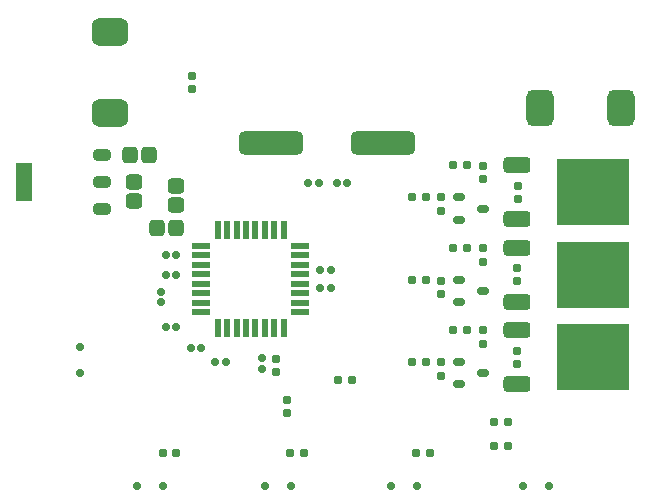
<source format=gbr>
%TF.GenerationSoftware,Altium Limited,Altium Designer,24.6.1 (21)*%
G04 Layer_Color=8421504*
%FSLAX45Y45*%
%MOMM*%
%TF.SameCoordinates,C5CCA8AA-8E71-476F-B662-92032E94D40D*%
%TF.FilePolarity,Positive*%
%TF.FileFunction,Paste,Top*%
%TF.Part,Single*%
G01*
G75*
%TA.AperFunction,SMDPad,CuDef*%
G04:AMPARAMS|DCode=10|XSize=0.6mm|YSize=0.6mm|CornerRadius=0.15mm|HoleSize=0mm|Usage=FLASHONLY|Rotation=180.000|XOffset=0mm|YOffset=0mm|HoleType=Round|Shape=RoundedRectangle|*
%AMROUNDEDRECTD10*
21,1,0.60000,0.30000,0,0,180.0*
21,1,0.30000,0.60000,0,0,180.0*
1,1,0.30000,-0.15000,0.15000*
1,1,0.30000,0.15000,0.15000*
1,1,0.30000,0.15000,-0.15000*
1,1,0.30000,-0.15000,-0.15000*
%
%ADD10ROUNDEDRECTD10*%
G04:AMPARAMS|DCode=11|XSize=2.29mm|YSize=3.12mm|CornerRadius=0.5725mm|HoleSize=0mm|Usage=FLASHONLY|Rotation=180.000|XOffset=0mm|YOffset=0mm|HoleType=Round|Shape=RoundedRectangle|*
%AMROUNDEDRECTD11*
21,1,2.29000,1.97500,0,0,180.0*
21,1,1.14500,3.12000,0,0,180.0*
1,1,1.14500,-0.57250,0.98750*
1,1,1.14500,0.57250,0.98750*
1,1,1.14500,0.57250,-0.98750*
1,1,1.14500,-0.57250,-0.98750*
%
%ADD11ROUNDEDRECTD11*%
G04:AMPARAMS|DCode=12|XSize=2.29mm|YSize=3.12mm|CornerRadius=0.5725mm|HoleSize=0mm|Usage=FLASHONLY|Rotation=90.000|XOffset=0mm|YOffset=0mm|HoleType=Round|Shape=RoundedRectangle|*
%AMROUNDEDRECTD12*
21,1,2.29000,1.97500,0,0,90.0*
21,1,1.14500,3.12000,0,0,90.0*
1,1,1.14500,0.98750,0.57250*
1,1,1.14500,0.98750,-0.57250*
1,1,1.14500,-0.98750,-0.57250*
1,1,1.14500,-0.98750,0.57250*
%
%ADD12ROUNDEDRECTD12*%
G04:AMPARAMS|DCode=13|XSize=0.6mm|YSize=0.75mm|CornerRadius=0.15mm|HoleSize=0mm|Usage=FLASHONLY|Rotation=0.000|XOffset=0mm|YOffset=0mm|HoleType=Round|Shape=RoundedRectangle|*
%AMROUNDEDRECTD13*
21,1,0.60000,0.45000,0,0,0.0*
21,1,0.30000,0.75000,0,0,0.0*
1,1,0.30000,0.15000,-0.22500*
1,1,0.30000,-0.15000,-0.22500*
1,1,0.30000,-0.15000,0.22500*
1,1,0.30000,0.15000,0.22500*
%
%ADD13ROUNDEDRECTD13*%
G04:AMPARAMS|DCode=14|XSize=0.6mm|YSize=0.6mm|CornerRadius=0.15mm|HoleSize=0mm|Usage=FLASHONLY|Rotation=270.000|XOffset=0mm|YOffset=0mm|HoleType=Round|Shape=RoundedRectangle|*
%AMROUNDEDRECTD14*
21,1,0.60000,0.30000,0,0,270.0*
21,1,0.30000,0.60000,0,0,270.0*
1,1,0.30000,-0.15000,-0.15000*
1,1,0.30000,-0.15000,0.15000*
1,1,0.30000,0.15000,0.15000*
1,1,0.30000,0.15000,-0.15000*
%
%ADD14ROUNDEDRECTD14*%
G04:AMPARAMS|DCode=15|XSize=0.6mm|YSize=0.75mm|CornerRadius=0.15mm|HoleSize=0mm|Usage=FLASHONLY|Rotation=270.000|XOffset=0mm|YOffset=0mm|HoleType=Round|Shape=RoundedRectangle|*
%AMROUNDEDRECTD15*
21,1,0.60000,0.45000,0,0,270.0*
21,1,0.30000,0.75000,0,0,270.0*
1,1,0.30000,-0.22500,-0.15000*
1,1,0.30000,-0.22500,0.15000*
1,1,0.30000,0.22500,0.15000*
1,1,0.30000,0.22500,-0.15000*
%
%ADD15ROUNDEDRECTD15*%
G04:AMPARAMS|DCode=16|XSize=0.64mm|YSize=0.6mm|CornerRadius=0.15mm|HoleSize=0mm|Usage=FLASHONLY|Rotation=270.000|XOffset=0mm|YOffset=0mm|HoleType=Round|Shape=RoundedRectangle|*
%AMROUNDEDRECTD16*
21,1,0.64000,0.30000,0,0,270.0*
21,1,0.34000,0.60000,0,0,270.0*
1,1,0.30000,-0.15000,-0.17000*
1,1,0.30000,-0.15000,0.17000*
1,1,0.30000,0.15000,0.17000*
1,1,0.30000,0.15000,-0.17000*
%
%ADD16ROUNDEDRECTD16*%
G04:AMPARAMS|DCode=17|XSize=0.64mm|YSize=0.6mm|CornerRadius=0.15mm|HoleSize=0mm|Usage=FLASHONLY|Rotation=180.000|XOffset=0mm|YOffset=0mm|HoleType=Round|Shape=RoundedRectangle|*
%AMROUNDEDRECTD17*
21,1,0.64000,0.30000,0,0,180.0*
21,1,0.34000,0.60000,0,0,180.0*
1,1,0.30000,-0.17000,0.15000*
1,1,0.30000,0.17000,0.15000*
1,1,0.30000,0.17000,-0.15000*
1,1,0.30000,-0.17000,-0.15000*
%
%ADD17ROUNDEDRECTD17*%
G04:AMPARAMS|DCode=18|XSize=1.4mm|YSize=1.3mm|CornerRadius=0.325mm|HoleSize=0mm|Usage=FLASHONLY|Rotation=90.000|XOffset=0mm|YOffset=0mm|HoleType=Round|Shape=RoundedRectangle|*
%AMROUNDEDRECTD18*
21,1,1.40000,0.65000,0,0,90.0*
21,1,0.75000,1.30000,0,0,90.0*
1,1,0.65000,0.32500,0.37500*
1,1,0.65000,0.32500,-0.37500*
1,1,0.65000,-0.32500,-0.37500*
1,1,0.65000,-0.32500,0.37500*
%
%ADD18ROUNDEDRECTD18*%
G04:AMPARAMS|DCode=19|XSize=1.4mm|YSize=1.3mm|CornerRadius=0.325mm|HoleSize=0mm|Usage=FLASHONLY|Rotation=180.000|XOffset=0mm|YOffset=0mm|HoleType=Round|Shape=RoundedRectangle|*
%AMROUNDEDRECTD19*
21,1,1.40000,0.65000,0,0,180.0*
21,1,0.75000,1.30000,0,0,180.0*
1,1,0.65000,-0.37500,0.32500*
1,1,0.65000,0.37500,0.32500*
1,1,0.65000,0.37500,-0.32500*
1,1,0.65000,-0.37500,-0.32500*
%
%ADD19ROUNDEDRECTD19*%
G04:AMPARAMS|DCode=20|XSize=2.286mm|YSize=1.397mm|CornerRadius=0.34925mm|HoleSize=0mm|Usage=FLASHONLY|Rotation=0.000|XOffset=0mm|YOffset=0mm|HoleType=Round|Shape=RoundedRectangle|*
%AMROUNDEDRECTD20*
21,1,2.28600,0.69850,0,0,0.0*
21,1,1.58750,1.39700,0,0,0.0*
1,1,0.69850,0.79375,-0.34925*
1,1,0.69850,-0.79375,-0.34925*
1,1,0.69850,-0.79375,0.34925*
1,1,0.69850,0.79375,0.34925*
%
%ADD20ROUNDEDRECTD20*%
%ADD21R,6.18000X5.69000*%
G04:AMPARAMS|DCode=22|XSize=1mm|YSize=0.6mm|CornerRadius=0.15mm|HoleSize=0mm|Usage=FLASHONLY|Rotation=0.000|XOffset=0mm|YOffset=0mm|HoleType=Round|Shape=RoundedRectangle|*
%AMROUNDEDRECTD22*
21,1,1.00000,0.30000,0,0,0.0*
21,1,0.70000,0.60000,0,0,0.0*
1,1,0.30000,0.35000,-0.15000*
1,1,0.30000,-0.35000,-0.15000*
1,1,0.30000,-0.35000,0.15000*
1,1,0.30000,0.35000,0.15000*
%
%ADD22ROUNDEDRECTD22*%
G04:AMPARAMS|DCode=23|XSize=0.55mm|YSize=1.47mm|CornerRadius=0.06875mm|HoleSize=0mm|Usage=FLASHONLY|Rotation=180.000|XOffset=0mm|YOffset=0mm|HoleType=Round|Shape=RoundedRectangle|*
%AMROUNDEDRECTD23*
21,1,0.55000,1.33250,0,0,180.0*
21,1,0.41250,1.47000,0,0,180.0*
1,1,0.13750,-0.20625,0.66625*
1,1,0.13750,0.20625,0.66625*
1,1,0.13750,0.20625,-0.66625*
1,1,0.13750,-0.20625,-0.66625*
%
%ADD23ROUNDEDRECTD23*%
G04:AMPARAMS|DCode=24|XSize=1.47mm|YSize=0.55mm|CornerRadius=0.06875mm|HoleSize=0mm|Usage=FLASHONLY|Rotation=180.000|XOffset=0mm|YOffset=0mm|HoleType=Round|Shape=RoundedRectangle|*
%AMROUNDEDRECTD24*
21,1,1.47000,0.41250,0,0,180.0*
21,1,1.33250,0.55000,0,0,180.0*
1,1,0.13750,-0.66625,0.20625*
1,1,0.13750,0.66625,0.20625*
1,1,0.13750,0.66625,-0.20625*
1,1,0.13750,-0.66625,-0.20625*
%
%ADD24ROUNDEDRECTD24*%
G04:AMPARAMS|DCode=25|XSize=1.45mm|YSize=0.95mm|CornerRadius=0.2375mm|HoleSize=0mm|Usage=FLASHONLY|Rotation=180.000|XOffset=0mm|YOffset=0mm|HoleType=Round|Shape=RoundedRectangle|*
%AMROUNDEDRECTD25*
21,1,1.45000,0.47500,0,0,180.0*
21,1,0.97500,0.95000,0,0,180.0*
1,1,0.47500,-0.48750,0.23750*
1,1,0.47500,0.48750,0.23750*
1,1,0.47500,0.48750,-0.23750*
1,1,0.47500,-0.48750,-0.23750*
%
%ADD25ROUNDEDRECTD25*%
%ADD26R,1.45000X3.25000*%
G04:AMPARAMS|DCode=27|XSize=5.5mm|YSize=2mm|CornerRadius=0.5mm|HoleSize=0mm|Usage=FLASHONLY|Rotation=0.000|XOffset=0mm|YOffset=0mm|HoleType=Round|Shape=RoundedRectangle|*
%AMROUNDEDRECTD27*
21,1,5.50000,1.00000,0,0,0.0*
21,1,4.50000,2.00000,0,0,0.0*
1,1,1.00000,2.25000,-0.50000*
1,1,1.00000,-2.25000,-0.50000*
1,1,1.00000,-2.25000,0.50000*
1,1,1.00000,2.25000,0.50000*
%
%ADD27ROUNDEDRECTD27*%
D10*
X6350000Y9486900D02*
D03*
X6130000D02*
D03*
X8530100D02*
D03*
X8310100D02*
D03*
X5266200D02*
D03*
X5046200D02*
D03*
X7412500D02*
D03*
X7192500D02*
D03*
D11*
X8458000Y12687300D02*
D03*
X9144000D02*
D03*
D12*
X4813300Y13335001D02*
D03*
Y12649000D02*
D03*
D13*
X5511800Y12845700D02*
D03*
Y12960699D02*
D03*
X6221204Y10451813D02*
D03*
Y10566813D02*
D03*
X8265225Y10634600D02*
D03*
Y10519599D02*
D03*
X8266381Y12030905D02*
D03*
Y11915905D02*
D03*
X7975600Y10807700D02*
D03*
Y10692700D02*
D03*
X7620000Y10535000D02*
D03*
Y10420000D02*
D03*
X7620600Y11932000D02*
D03*
Y11817000D02*
D03*
X7975600Y11500200D02*
D03*
Y11385200D02*
D03*
X7620000Y11226800D02*
D03*
Y11111800D02*
D03*
X8265225Y11335284D02*
D03*
Y11220284D02*
D03*
X7975600Y12198700D02*
D03*
Y12083700D02*
D03*
X6311900Y10102500D02*
D03*
Y10217500D02*
D03*
D14*
X4559300Y10663700D02*
D03*
Y10443700D02*
D03*
D15*
X8070500Y9829800D02*
D03*
X8185500D02*
D03*
X8070500Y10033000D02*
D03*
X8185500D02*
D03*
X7490508Y10534530D02*
D03*
X7375508D02*
D03*
X7491583Y11229591D02*
D03*
X7376583D02*
D03*
X7489206Y11932889D02*
D03*
X7374206D02*
D03*
X7720900Y12204700D02*
D03*
X7835900D02*
D03*
X7720900Y11506200D02*
D03*
X7835900D02*
D03*
X7720900Y10807700D02*
D03*
X7835900D02*
D03*
X7525100Y9766300D02*
D03*
X7410100D02*
D03*
X5378800D02*
D03*
X5263800D02*
D03*
X6864700Y10388600D02*
D03*
X6749700D02*
D03*
X6458300Y9766300D02*
D03*
X6343300D02*
D03*
D16*
X6686067Y11316163D02*
D03*
X6598067D02*
D03*
X5290033Y10832637D02*
D03*
X5378033D02*
D03*
X6686067Y11163763D02*
D03*
X6598067D02*
D03*
X5709133Y10540537D02*
D03*
X5797133D02*
D03*
X5499100Y10655300D02*
D03*
X5587100D02*
D03*
X5290033Y11277137D02*
D03*
X5378033D02*
D03*
X5290033Y11442237D02*
D03*
X5378033D02*
D03*
X6737833Y12051837D02*
D03*
X6825833D02*
D03*
X6584467Y12052763D02*
D03*
X6496467D02*
D03*
D17*
X6101172Y10479085D02*
D03*
Y10567085D02*
D03*
X5244637Y11131067D02*
D03*
Y11043067D02*
D03*
D18*
X5372100Y11671300D02*
D03*
X5212100D02*
D03*
X4983500Y12293600D02*
D03*
X5143500D02*
D03*
D19*
X5372100Y11870700D02*
D03*
Y12030700D02*
D03*
X5022482Y12063959D02*
D03*
Y11903959D02*
D03*
D20*
X8260511Y10807223D02*
D03*
Y10350023D02*
D03*
Y11506200D02*
D03*
Y11049000D02*
D03*
Y12204700D02*
D03*
Y11747500D02*
D03*
D21*
X8904011Y10578623D02*
D03*
Y11277600D02*
D03*
Y11976100D02*
D03*
D22*
X7974000Y10446000D02*
D03*
X7774000Y10351000D02*
D03*
Y10541000D02*
D03*
X7974000Y11137900D02*
D03*
X7774000Y11042900D02*
D03*
Y11232900D02*
D03*
X7974000Y11836400D02*
D03*
X7774000Y11741400D02*
D03*
Y11931400D02*
D03*
D23*
X6287100Y11656500D02*
D03*
X6207100D02*
D03*
X6127100D02*
D03*
X6047100D02*
D03*
X5967100D02*
D03*
X5887100D02*
D03*
X5807100D02*
D03*
X5727100D02*
D03*
Y10822500D02*
D03*
X5807100D02*
D03*
X5887100D02*
D03*
X5967100D02*
D03*
X6047100D02*
D03*
X6127100D02*
D03*
X6207100D02*
D03*
X6287100D02*
D03*
D24*
X6424100Y10959500D02*
D03*
Y11039500D02*
D03*
Y11119500D02*
D03*
Y11199500D02*
D03*
Y11279500D02*
D03*
Y11359500D02*
D03*
Y11439500D02*
D03*
Y11519500D02*
D03*
X5590100D02*
D03*
Y11439500D02*
D03*
Y11359500D02*
D03*
Y11279500D02*
D03*
Y11199500D02*
D03*
Y11119500D02*
D03*
Y11039500D02*
D03*
Y10959500D02*
D03*
D25*
X4749600Y11836000D02*
D03*
Y12065000D02*
D03*
Y12294000D02*
D03*
D26*
X4089600Y12065000D02*
D03*
D27*
X6179800Y12395200D02*
D03*
X7129800D02*
D03*
%TF.MD5,8bdb9ae9657536e4d564c311bf235aba*%
M02*

</source>
